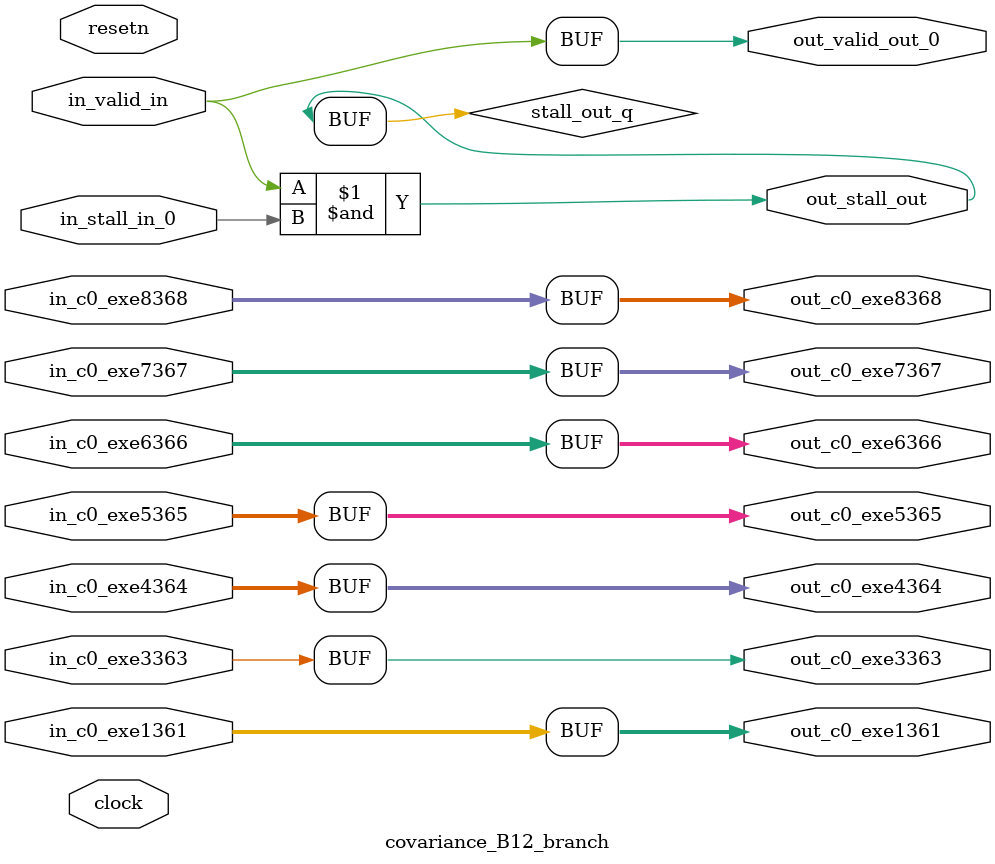
<source format=sv>



(* altera_attribute = "-name AUTO_SHIFT_REGISTER_RECOGNITION OFF; -name MESSAGE_DISABLE 10036; -name MESSAGE_DISABLE 10037; -name MESSAGE_DISABLE 14130; -name MESSAGE_DISABLE 14320; -name MESSAGE_DISABLE 15400; -name MESSAGE_DISABLE 14130; -name MESSAGE_DISABLE 10036; -name MESSAGE_DISABLE 12020; -name MESSAGE_DISABLE 12030; -name MESSAGE_DISABLE 12010; -name MESSAGE_DISABLE 12110; -name MESSAGE_DISABLE 14320; -name MESSAGE_DISABLE 13410; -name MESSAGE_DISABLE 113007; -name MESSAGE_DISABLE 10958" *)
module covariance_B12_branch (
    input wire [32:0] in_c0_exe1361,
    input wire [0:0] in_c0_exe3363,
    input wire [31:0] in_c0_exe4364,
    input wire [31:0] in_c0_exe5365,
    input wire [31:0] in_c0_exe6366,
    input wire [31:0] in_c0_exe7367,
    input wire [31:0] in_c0_exe8368,
    input wire [0:0] in_stall_in_0,
    input wire [0:0] in_valid_in,
    output wire [32:0] out_c0_exe1361,
    output wire [0:0] out_c0_exe3363,
    output wire [31:0] out_c0_exe4364,
    output wire [31:0] out_c0_exe5365,
    output wire [31:0] out_c0_exe6366,
    output wire [31:0] out_c0_exe7367,
    output wire [31:0] out_c0_exe8368,
    output wire [0:0] out_stall_out,
    output wire [0:0] out_valid_out_0,
    input wire clock,
    input wire resetn
    );

    wire [0:0] stall_out_q;


    // out_c0_exe1361(GPOUT,11)
    assign out_c0_exe1361 = in_c0_exe1361;

    // out_c0_exe3363(GPOUT,12)
    assign out_c0_exe3363 = in_c0_exe3363;

    // out_c0_exe4364(GPOUT,13)
    assign out_c0_exe4364 = in_c0_exe4364;

    // out_c0_exe5365(GPOUT,14)
    assign out_c0_exe5365 = in_c0_exe5365;

    // out_c0_exe6366(GPOUT,15)
    assign out_c0_exe6366 = in_c0_exe6366;

    // out_c0_exe7367(GPOUT,16)
    assign out_c0_exe7367 = in_c0_exe7367;

    // out_c0_exe8368(GPOUT,17)
    assign out_c0_exe8368 = in_c0_exe8368;

    // stall_out(LOGICAL,20)
    assign stall_out_q = in_valid_in & in_stall_in_0;

    // out_stall_out(GPOUT,18)
    assign out_stall_out = stall_out_q;

    // out_valid_out_0(GPOUT,19)
    assign out_valid_out_0 = in_valid_in;

endmodule

</source>
